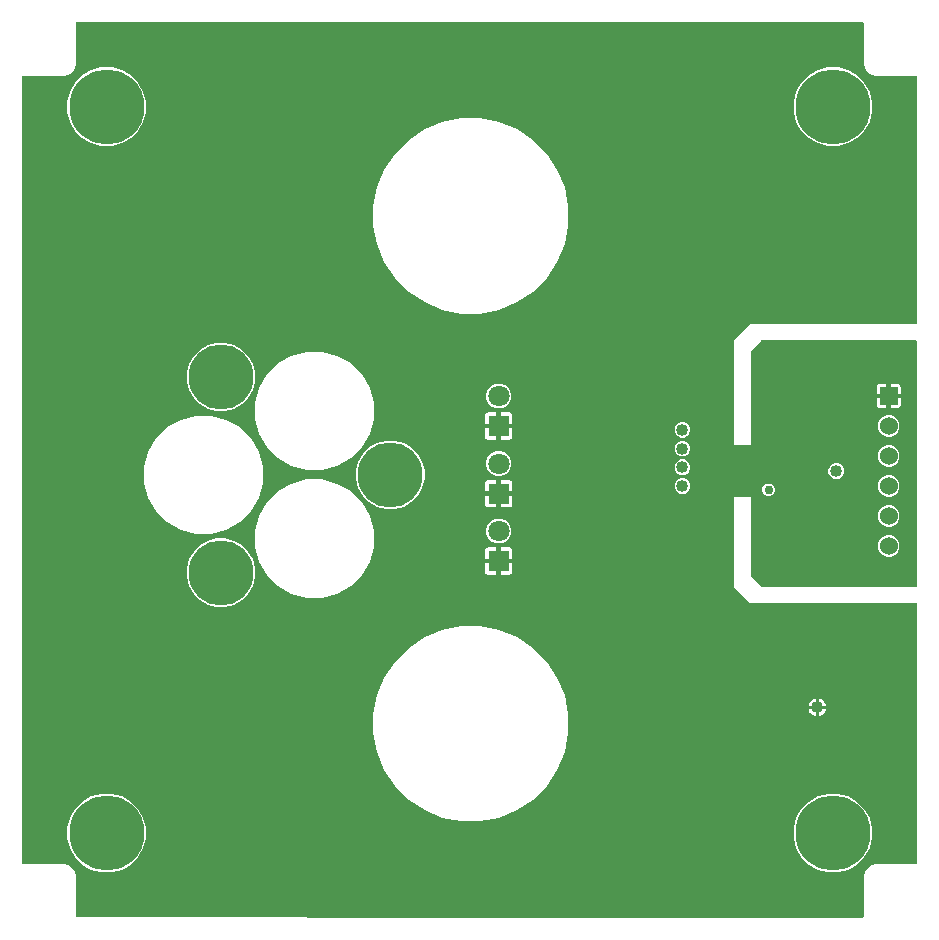
<source format=gbr>
G04 EAGLE Gerber RS-274X export*
G75*
%MOMM*%
%FSLAX34Y34*%
%LPD*%
%INBottom Copper*%
%IPPOS*%
%AMOC8*
5,1,8,0,0,1.08239X$1,22.5*%
G01*
%ADD10C,1.018000*%
%ADD11R,1.800000X1.800000*%
%ADD12C,1.800000*%
%ADD13C,5.500000*%
%ADD14R,1.524000X1.524000*%
%ADD15C,1.524000*%
%ADD16C,6.350000*%
%ADD17C,0.756400*%

G36*
X787866Y75931D02*
X787866Y75931D01*
X787924Y75929D01*
X788006Y75951D01*
X788090Y75963D01*
X788143Y75986D01*
X788199Y76001D01*
X788272Y76044D01*
X788349Y76079D01*
X788394Y76117D01*
X788444Y76146D01*
X788502Y76208D01*
X788566Y76262D01*
X788598Y76311D01*
X788638Y76354D01*
X788677Y76429D01*
X788724Y76499D01*
X788741Y76555D01*
X788768Y76607D01*
X788779Y76675D01*
X788809Y76770D01*
X788812Y76870D01*
X788823Y76938D01*
X788823Y112223D01*
X790525Y116331D01*
X793669Y119475D01*
X797777Y121177D01*
X832808Y121177D01*
X832866Y121185D01*
X832924Y121183D01*
X833006Y121205D01*
X833090Y121217D01*
X833143Y121240D01*
X833199Y121255D01*
X833272Y121298D01*
X833349Y121333D01*
X833394Y121371D01*
X833444Y121400D01*
X833502Y121462D01*
X833566Y121516D01*
X833598Y121565D01*
X833638Y121608D01*
X833677Y121683D01*
X833724Y121753D01*
X833741Y121809D01*
X833768Y121861D01*
X833779Y121929D01*
X833809Y122024D01*
X833812Y122124D01*
X833823Y122192D01*
X833823Y341376D01*
X833815Y341434D01*
X833817Y341492D01*
X833795Y341574D01*
X833783Y341658D01*
X833760Y341711D01*
X833745Y341767D01*
X833702Y341840D01*
X833667Y341917D01*
X833629Y341962D01*
X833600Y342012D01*
X833538Y342070D01*
X833484Y342134D01*
X833435Y342166D01*
X833392Y342206D01*
X833317Y342245D01*
X833247Y342292D01*
X833191Y342309D01*
X833139Y342336D01*
X833071Y342347D01*
X832976Y342377D01*
X832876Y342380D01*
X832808Y342391D01*
X691939Y342391D01*
X678941Y355389D01*
X678941Y432011D01*
X679239Y432309D01*
X692361Y432309D01*
X692659Y432011D01*
X692659Y365756D01*
X692671Y365670D01*
X692674Y365582D01*
X692691Y365530D01*
X692699Y365475D01*
X692734Y365395D01*
X692761Y365312D01*
X692789Y365272D01*
X692815Y365215D01*
X692911Y365102D01*
X692956Y365038D01*
X701588Y356406D01*
X701658Y356354D01*
X701722Y356294D01*
X701771Y356268D01*
X701816Y356235D01*
X701897Y356204D01*
X701975Y356164D01*
X702023Y356156D01*
X702081Y356134D01*
X702229Y356122D01*
X702306Y356109D01*
X832808Y356109D01*
X832866Y356117D01*
X832924Y356115D01*
X833006Y356137D01*
X833090Y356149D01*
X833143Y356172D01*
X833199Y356187D01*
X833272Y356230D01*
X833349Y356265D01*
X833394Y356303D01*
X833444Y356332D01*
X833502Y356394D01*
X833566Y356448D01*
X833598Y356497D01*
X833638Y356540D01*
X833677Y356615D01*
X833724Y356685D01*
X833741Y356741D01*
X833768Y356793D01*
X833779Y356861D01*
X833809Y356956D01*
X833812Y357056D01*
X833823Y357124D01*
X833823Y563626D01*
X833815Y563684D01*
X833817Y563742D01*
X833795Y563824D01*
X833783Y563908D01*
X833760Y563961D01*
X833745Y564017D01*
X833702Y564090D01*
X833667Y564167D01*
X833629Y564212D01*
X833600Y564262D01*
X833538Y564320D01*
X833484Y564384D01*
X833435Y564416D01*
X833392Y564456D01*
X833317Y564495D01*
X833247Y564542D01*
X833191Y564559D01*
X833139Y564586D01*
X833071Y564597D01*
X832976Y564627D01*
X832876Y564630D01*
X832808Y564641D01*
X702306Y564641D01*
X702220Y564629D01*
X702132Y564626D01*
X702080Y564609D01*
X702025Y564601D01*
X701945Y564566D01*
X701862Y564539D01*
X701822Y564511D01*
X701765Y564485D01*
X701652Y564389D01*
X701588Y564344D01*
X692956Y555712D01*
X692904Y555642D01*
X692844Y555578D01*
X692818Y555529D01*
X692785Y555484D01*
X692754Y555403D01*
X692714Y555325D01*
X692706Y555277D01*
X692684Y555219D01*
X692672Y555071D01*
X692659Y554994D01*
X692659Y476039D01*
X692361Y475741D01*
X679239Y475741D01*
X678941Y476039D01*
X678941Y565361D01*
X691939Y578359D01*
X832808Y578359D01*
X832866Y578367D01*
X832924Y578365D01*
X833006Y578387D01*
X833090Y578399D01*
X833143Y578422D01*
X833199Y578437D01*
X833272Y578480D01*
X833349Y578515D01*
X833394Y578553D01*
X833444Y578582D01*
X833502Y578644D01*
X833566Y578698D01*
X833598Y578747D01*
X833638Y578790D01*
X833677Y578865D01*
X833724Y578935D01*
X833741Y578991D01*
X833768Y579043D01*
X833779Y579111D01*
X833809Y579206D01*
X833812Y579306D01*
X833823Y579374D01*
X833823Y787808D01*
X833815Y787866D01*
X833817Y787924D01*
X833795Y788006D01*
X833783Y788090D01*
X833760Y788143D01*
X833745Y788199D01*
X833702Y788272D01*
X833667Y788349D01*
X833629Y788394D01*
X833600Y788444D01*
X833538Y788502D01*
X833484Y788566D01*
X833435Y788598D01*
X833392Y788638D01*
X833317Y788677D01*
X833247Y788724D01*
X833191Y788741D01*
X833139Y788768D01*
X833071Y788779D01*
X832976Y788809D01*
X832876Y788812D01*
X832808Y788823D01*
X797777Y788823D01*
X793669Y790525D01*
X790525Y793669D01*
X788823Y797777D01*
X788823Y832808D01*
X788815Y832866D01*
X788817Y832924D01*
X788795Y833006D01*
X788783Y833090D01*
X788760Y833143D01*
X788745Y833199D01*
X788702Y833272D01*
X788667Y833349D01*
X788629Y833394D01*
X788600Y833444D01*
X788538Y833502D01*
X788484Y833566D01*
X788435Y833598D01*
X788392Y833638D01*
X788317Y833677D01*
X788247Y833724D01*
X788191Y833741D01*
X788139Y833768D01*
X788071Y833779D01*
X787976Y833809D01*
X787876Y833812D01*
X787808Y833823D01*
X122192Y833823D01*
X122134Y833815D01*
X122076Y833817D01*
X121994Y833795D01*
X121910Y833783D01*
X121857Y833760D01*
X121801Y833745D01*
X121728Y833702D01*
X121651Y833667D01*
X121606Y833629D01*
X121556Y833600D01*
X121498Y833538D01*
X121434Y833484D01*
X121402Y833435D01*
X121362Y833392D01*
X121323Y833317D01*
X121276Y833247D01*
X121259Y833191D01*
X121232Y833139D01*
X121221Y833071D01*
X121191Y832976D01*
X121188Y832876D01*
X121177Y832808D01*
X121177Y797777D01*
X119475Y793669D01*
X116331Y790525D01*
X112223Y788823D01*
X77192Y788823D01*
X77134Y788815D01*
X77076Y788817D01*
X76994Y788795D01*
X76910Y788783D01*
X76857Y788760D01*
X76801Y788745D01*
X76728Y788702D01*
X76651Y788667D01*
X76606Y788629D01*
X76556Y788600D01*
X76498Y788538D01*
X76434Y788484D01*
X76402Y788435D01*
X76362Y788392D01*
X76323Y788317D01*
X76276Y788247D01*
X76259Y788191D01*
X76232Y788139D01*
X76221Y788071D01*
X76191Y787976D01*
X76188Y787876D01*
X76177Y787808D01*
X76177Y122192D01*
X76185Y122134D01*
X76183Y122076D01*
X76205Y121994D01*
X76217Y121910D01*
X76240Y121857D01*
X76255Y121801D01*
X76298Y121728D01*
X76333Y121651D01*
X76371Y121606D01*
X76400Y121556D01*
X76462Y121498D01*
X76516Y121434D01*
X76565Y121402D01*
X76608Y121362D01*
X76683Y121323D01*
X76753Y121276D01*
X76809Y121259D01*
X76861Y121232D01*
X76929Y121221D01*
X77024Y121191D01*
X77124Y121188D01*
X77192Y121177D01*
X112223Y121177D01*
X116331Y119475D01*
X119475Y116331D01*
X121177Y112223D01*
X121177Y77192D01*
X121185Y77134D01*
X121183Y77076D01*
X121205Y76994D01*
X121217Y76910D01*
X121240Y76857D01*
X121255Y76801D01*
X121298Y76728D01*
X121333Y76651D01*
X121371Y76606D01*
X121400Y76556D01*
X121462Y76498D01*
X121516Y76434D01*
X121565Y76402D01*
X121608Y76362D01*
X121683Y76323D01*
X121753Y76276D01*
X121809Y76259D01*
X121861Y76232D01*
X121929Y76221D01*
X122024Y76191D01*
X122124Y76188D01*
X122192Y76177D01*
X317223Y76177D01*
X317650Y76000D01*
X317680Y75992D01*
X317707Y75978D01*
X317785Y75965D01*
X317925Y75929D01*
X317989Y75931D01*
X318038Y75923D01*
X787808Y75923D01*
X787866Y75931D01*
G37*
%LPC*%
G36*
X447687Y587339D02*
X447687Y587339D01*
X431717Y590516D01*
X416673Y596747D01*
X403135Y605793D01*
X391621Y617307D01*
X382575Y630845D01*
X376344Y645889D01*
X373167Y661859D01*
X373167Y678141D01*
X376344Y694111D01*
X382575Y709155D01*
X391621Y722693D01*
X403135Y734207D01*
X416673Y743253D01*
X431717Y749484D01*
X447687Y752661D01*
X463969Y752661D01*
X479939Y749484D01*
X494983Y743253D01*
X508521Y734207D01*
X520035Y722693D01*
X529081Y709155D01*
X535312Y694111D01*
X538489Y678141D01*
X538489Y661859D01*
X535312Y645889D01*
X529081Y630845D01*
X520035Y617307D01*
X508521Y605793D01*
X494983Y596747D01*
X479939Y590516D01*
X463969Y587339D01*
X447687Y587339D01*
G37*
%LPD*%
%LPC*%
G36*
X447687Y157339D02*
X447687Y157339D01*
X431717Y160516D01*
X416673Y166747D01*
X403135Y175793D01*
X391621Y187307D01*
X382575Y200845D01*
X376344Y215889D01*
X373167Y231859D01*
X373167Y248141D01*
X376344Y264111D01*
X382575Y279155D01*
X391621Y292693D01*
X403135Y304207D01*
X416673Y313253D01*
X431717Y319484D01*
X447687Y322661D01*
X463969Y322661D01*
X479939Y319484D01*
X494983Y313253D01*
X508521Y304207D01*
X520035Y292693D01*
X529081Y279155D01*
X535312Y264111D01*
X538489Y248141D01*
X538489Y231859D01*
X535312Y215889D01*
X529081Y200845D01*
X520035Y187307D01*
X508521Y175793D01*
X494983Y166747D01*
X479939Y160516D01*
X463969Y157339D01*
X447687Y157339D01*
G37*
%LPD*%
%LPC*%
G36*
X316746Y454816D02*
X316746Y454816D01*
X303989Y458234D01*
X292551Y464838D01*
X283211Y474177D01*
X276608Y485615D01*
X273189Y498373D01*
X273189Y511580D01*
X276608Y524338D01*
X283211Y535776D01*
X292551Y545115D01*
X303989Y551719D01*
X316746Y555137D01*
X329954Y555137D01*
X342711Y551719D01*
X354149Y545115D01*
X363489Y535776D01*
X370092Y524338D01*
X373511Y511580D01*
X373511Y498373D01*
X370092Y485615D01*
X363489Y474177D01*
X354149Y464838D01*
X342711Y458234D01*
X329954Y454816D01*
X316746Y454816D01*
G37*
%LPD*%
%LPC*%
G36*
X222996Y400689D02*
X222996Y400689D01*
X210239Y404108D01*
X198801Y410711D01*
X189461Y420051D01*
X182858Y431489D01*
X179439Y444246D01*
X179439Y457454D01*
X182858Y470211D01*
X189461Y481649D01*
X198801Y490989D01*
X210239Y497592D01*
X222996Y501011D01*
X236204Y501011D01*
X248961Y497592D01*
X260399Y490989D01*
X269739Y481649D01*
X276342Y470211D01*
X279761Y457454D01*
X279761Y444246D01*
X276342Y431489D01*
X269739Y420051D01*
X260399Y410711D01*
X248961Y404108D01*
X236204Y400689D01*
X222996Y400689D01*
G37*
%LPD*%
%LPC*%
G36*
X316746Y346563D02*
X316746Y346563D01*
X303989Y349981D01*
X292551Y356585D01*
X283211Y365924D01*
X276608Y377362D01*
X273189Y390120D01*
X273189Y403327D01*
X276608Y416085D01*
X283211Y427523D01*
X292551Y436862D01*
X303989Y443466D01*
X316746Y446884D01*
X329954Y446884D01*
X342711Y443466D01*
X354149Y436862D01*
X363489Y427523D01*
X370092Y416085D01*
X373511Y403327D01*
X373511Y390120D01*
X370092Y377362D01*
X363489Y365924D01*
X354149Y356585D01*
X342711Y349981D01*
X329954Y346563D01*
X316746Y346563D01*
G37*
%LPD*%
%LPC*%
G36*
X758069Y729175D02*
X758069Y729175D01*
X749606Y731443D01*
X742019Y735824D01*
X735824Y742019D01*
X731443Y749606D01*
X729175Y758069D01*
X729175Y766831D01*
X731443Y775294D01*
X735824Y782881D01*
X742019Y789076D01*
X749606Y793457D01*
X758069Y795725D01*
X766831Y795725D01*
X775294Y793457D01*
X782881Y789076D01*
X789076Y782881D01*
X793457Y775294D01*
X795725Y766831D01*
X795725Y758069D01*
X793457Y749606D01*
X789076Y742019D01*
X782881Y735824D01*
X775294Y731443D01*
X766831Y729175D01*
X758069Y729175D01*
G37*
%LPD*%
%LPC*%
G36*
X143119Y729175D02*
X143119Y729175D01*
X134656Y731443D01*
X127069Y735824D01*
X120874Y742019D01*
X116493Y749606D01*
X114225Y758069D01*
X114225Y766831D01*
X116493Y775294D01*
X120874Y782881D01*
X127069Y789076D01*
X134656Y793457D01*
X143119Y795725D01*
X151881Y795725D01*
X160344Y793457D01*
X167931Y789076D01*
X174126Y782881D01*
X178507Y775294D01*
X180775Y766831D01*
X180775Y758069D01*
X178507Y749606D01*
X174126Y742019D01*
X167931Y735824D01*
X160344Y731443D01*
X151881Y729175D01*
X143119Y729175D01*
G37*
%LPD*%
%LPC*%
G36*
X758069Y114225D02*
X758069Y114225D01*
X749606Y116493D01*
X742019Y120874D01*
X735824Y127069D01*
X731443Y134656D01*
X729175Y143119D01*
X729175Y151881D01*
X731443Y160344D01*
X735824Y167931D01*
X742019Y174126D01*
X749606Y178507D01*
X758069Y180775D01*
X766831Y180775D01*
X775294Y178507D01*
X782881Y174126D01*
X789076Y167931D01*
X793457Y160344D01*
X795725Y151881D01*
X795725Y143119D01*
X793457Y134656D01*
X789076Y127069D01*
X782881Y120874D01*
X775294Y116493D01*
X766831Y114225D01*
X758069Y114225D01*
G37*
%LPD*%
%LPC*%
G36*
X143119Y114225D02*
X143119Y114225D01*
X134656Y116493D01*
X127069Y120874D01*
X120874Y127069D01*
X116493Y134656D01*
X114225Y143119D01*
X114225Y151881D01*
X116493Y160344D01*
X120874Y167931D01*
X127069Y174126D01*
X134656Y178507D01*
X143119Y180775D01*
X151881Y180775D01*
X160344Y178507D01*
X167931Y174126D01*
X174126Y167931D01*
X178507Y160344D01*
X180775Y151881D01*
X180775Y143119D01*
X178507Y134656D01*
X174126Y127069D01*
X167931Y120874D01*
X160344Y116493D01*
X151881Y114225D01*
X143119Y114225D01*
G37*
%LPD*%
%LPC*%
G36*
X240479Y504617D02*
X240479Y504617D01*
X233097Y506595D01*
X226478Y510416D01*
X221074Y515820D01*
X217253Y522439D01*
X215275Y529821D01*
X215275Y537463D01*
X217253Y544845D01*
X221074Y551464D01*
X226478Y556868D01*
X233097Y560689D01*
X240479Y562667D01*
X248121Y562667D01*
X255503Y560689D01*
X262122Y556868D01*
X267526Y551464D01*
X271347Y544845D01*
X273325Y537463D01*
X273325Y529821D01*
X271347Y522439D01*
X267526Y515820D01*
X262122Y510416D01*
X255503Y506595D01*
X248121Y504617D01*
X240479Y504617D01*
G37*
%LPD*%
%LPC*%
G36*
X240479Y339033D02*
X240479Y339033D01*
X233097Y341011D01*
X226478Y344832D01*
X221074Y350236D01*
X217253Y356855D01*
X215275Y364237D01*
X215275Y371879D01*
X217253Y379261D01*
X221074Y385880D01*
X226478Y391284D01*
X233097Y395105D01*
X240479Y397083D01*
X248121Y397083D01*
X255503Y395105D01*
X262122Y391284D01*
X267526Y385880D01*
X271347Y379261D01*
X273325Y371879D01*
X273325Y364237D01*
X271347Y356855D01*
X267526Y350236D01*
X262122Y344832D01*
X255503Y341011D01*
X248121Y339033D01*
X240479Y339033D01*
G37*
%LPD*%
%LPC*%
G36*
X383879Y421825D02*
X383879Y421825D01*
X376497Y423803D01*
X369878Y427624D01*
X364474Y433028D01*
X360653Y439647D01*
X358675Y447029D01*
X358675Y454671D01*
X360653Y462053D01*
X364474Y468672D01*
X369878Y474076D01*
X376497Y477897D01*
X383879Y479875D01*
X391521Y479875D01*
X398903Y477897D01*
X405522Y474076D01*
X410926Y468672D01*
X414747Y462053D01*
X416725Y454671D01*
X416725Y447029D01*
X414747Y439647D01*
X410926Y433028D01*
X405522Y427624D01*
X398903Y423803D01*
X391521Y421825D01*
X383879Y421825D01*
G37*
%LPD*%
%LPC*%
G36*
X477332Y507000D02*
X477332Y507000D01*
X473463Y508603D01*
X470503Y511563D01*
X468900Y515432D01*
X468900Y519618D01*
X470503Y523487D01*
X473463Y526447D01*
X477332Y528050D01*
X481518Y528050D01*
X485387Y526447D01*
X488347Y523487D01*
X489950Y519618D01*
X489950Y515432D01*
X488347Y511563D01*
X485387Y508603D01*
X481518Y507000D01*
X477332Y507000D01*
G37*
%LPD*%
%LPC*%
G36*
X477332Y392700D02*
X477332Y392700D01*
X473463Y394303D01*
X470503Y397263D01*
X468900Y401132D01*
X468900Y405318D01*
X470503Y409187D01*
X473463Y412147D01*
X477332Y413750D01*
X481518Y413750D01*
X485387Y412147D01*
X488347Y409187D01*
X489950Y405318D01*
X489950Y401132D01*
X488347Y397263D01*
X485387Y394303D01*
X481518Y392700D01*
X477332Y392700D01*
G37*
%LPD*%
%LPC*%
G36*
X477332Y449850D02*
X477332Y449850D01*
X473463Y451453D01*
X470503Y454413D01*
X468900Y458282D01*
X468900Y462468D01*
X470503Y466337D01*
X473463Y469297D01*
X477332Y470900D01*
X481518Y470900D01*
X485387Y469297D01*
X488347Y466337D01*
X489950Y462468D01*
X489950Y458282D01*
X488347Y454413D01*
X485387Y451453D01*
X481518Y449850D01*
X477332Y449850D01*
G37*
%LPD*%
%LPC*%
G36*
X807806Y457580D02*
X807806Y457580D01*
X804445Y458972D01*
X801872Y461545D01*
X800480Y464906D01*
X800480Y468544D01*
X801872Y471905D01*
X804445Y474478D01*
X807806Y475870D01*
X811444Y475870D01*
X814805Y474478D01*
X817378Y471905D01*
X818770Y468544D01*
X818770Y464906D01*
X817378Y461545D01*
X814805Y458972D01*
X811444Y457580D01*
X807806Y457580D01*
G37*
%LPD*%
%LPC*%
G36*
X807806Y381380D02*
X807806Y381380D01*
X804445Y382772D01*
X801872Y385345D01*
X800480Y388706D01*
X800480Y392344D01*
X801872Y395705D01*
X804445Y398278D01*
X807806Y399670D01*
X811444Y399670D01*
X814805Y398278D01*
X817378Y395705D01*
X818770Y392344D01*
X818770Y388706D01*
X817378Y385345D01*
X814805Y382772D01*
X811444Y381380D01*
X807806Y381380D01*
G37*
%LPD*%
%LPC*%
G36*
X807806Y432180D02*
X807806Y432180D01*
X804445Y433572D01*
X801872Y436145D01*
X800480Y439506D01*
X800480Y443144D01*
X801872Y446505D01*
X804445Y449078D01*
X807806Y450470D01*
X811444Y450470D01*
X814805Y449078D01*
X817378Y446505D01*
X818770Y443144D01*
X818770Y439506D01*
X817378Y436145D01*
X814805Y433572D01*
X811444Y432180D01*
X807806Y432180D01*
G37*
%LPD*%
%LPC*%
G36*
X807806Y482980D02*
X807806Y482980D01*
X804445Y484372D01*
X801872Y486945D01*
X800480Y490306D01*
X800480Y493944D01*
X801872Y497305D01*
X804445Y499878D01*
X807806Y501270D01*
X811444Y501270D01*
X814805Y499878D01*
X817378Y497305D01*
X818770Y493944D01*
X818770Y490306D01*
X817378Y486945D01*
X814805Y484372D01*
X811444Y482980D01*
X807806Y482980D01*
G37*
%LPD*%
%LPC*%
G36*
X807806Y406780D02*
X807806Y406780D01*
X804445Y408172D01*
X801872Y410745D01*
X800480Y414106D01*
X800480Y417744D01*
X801872Y421105D01*
X804445Y423678D01*
X807806Y425070D01*
X811444Y425070D01*
X814805Y423678D01*
X817378Y421105D01*
X818770Y417744D01*
X818770Y414106D01*
X817378Y410745D01*
X814805Y408172D01*
X811444Y406780D01*
X807806Y406780D01*
G37*
%LPD*%
%LPC*%
G36*
X763859Y447410D02*
X763859Y447410D01*
X761428Y448417D01*
X759567Y450278D01*
X758560Y452709D01*
X758560Y455341D01*
X759567Y457772D01*
X761428Y459633D01*
X763859Y460640D01*
X766491Y460640D01*
X768922Y459633D01*
X770783Y457772D01*
X771790Y455341D01*
X771790Y452709D01*
X770783Y450278D01*
X768922Y448417D01*
X766491Y447410D01*
X763859Y447410D01*
G37*
%LPD*%
%LPC*%
G36*
X633684Y482335D02*
X633684Y482335D01*
X631253Y483342D01*
X629392Y485203D01*
X628385Y487634D01*
X628385Y490266D01*
X629392Y492697D01*
X631253Y494558D01*
X633684Y495565D01*
X636316Y495565D01*
X638747Y494558D01*
X640608Y492697D01*
X641615Y490266D01*
X641615Y487634D01*
X640608Y485203D01*
X638747Y483342D01*
X636316Y482335D01*
X633684Y482335D01*
G37*
%LPD*%
%LPC*%
G36*
X633684Y434710D02*
X633684Y434710D01*
X631253Y435717D01*
X629392Y437578D01*
X628385Y440009D01*
X628385Y442641D01*
X629392Y445072D01*
X631253Y446933D01*
X633684Y447940D01*
X636316Y447940D01*
X638747Y446933D01*
X640608Y445072D01*
X641615Y442641D01*
X641615Y440009D01*
X640608Y437578D01*
X638747Y435717D01*
X636316Y434710D01*
X633684Y434710D01*
G37*
%LPD*%
%LPC*%
G36*
X633684Y450585D02*
X633684Y450585D01*
X631253Y451592D01*
X629392Y453453D01*
X628385Y455884D01*
X628385Y458516D01*
X629392Y460947D01*
X631253Y462808D01*
X633684Y463815D01*
X636316Y463815D01*
X638747Y462808D01*
X640608Y460947D01*
X641615Y458516D01*
X641615Y455884D01*
X640608Y453453D01*
X638747Y451592D01*
X636316Y450585D01*
X633684Y450585D01*
G37*
%LPD*%
%LPC*%
G36*
X633684Y466460D02*
X633684Y466460D01*
X631253Y467467D01*
X629392Y469328D01*
X628385Y471759D01*
X628385Y474391D01*
X629392Y476822D01*
X631253Y478683D01*
X633684Y479690D01*
X636316Y479690D01*
X638747Y478683D01*
X640608Y476822D01*
X641615Y474391D01*
X641615Y471759D01*
X640608Y469328D01*
X638747Y467467D01*
X636316Y466460D01*
X633684Y466460D01*
G37*
%LPD*%
%LPC*%
G36*
X706969Y432843D02*
X706969Y432843D01*
X705019Y433651D01*
X703526Y435144D01*
X702718Y437094D01*
X702718Y439206D01*
X703526Y441156D01*
X705019Y442649D01*
X706969Y443457D01*
X709081Y443457D01*
X711031Y442649D01*
X712524Y441156D01*
X713332Y439206D01*
X713332Y437094D01*
X712524Y435144D01*
X711031Y433651D01*
X709081Y432843D01*
X706969Y432843D01*
G37*
%LPD*%
%LPC*%
G36*
X481456Y379856D02*
X481456Y379856D01*
X481456Y389366D01*
X488759Y389366D01*
X489406Y389193D01*
X489985Y388858D01*
X490458Y388385D01*
X490793Y387806D01*
X490966Y387159D01*
X490966Y379856D01*
X481456Y379856D01*
G37*
%LPD*%
%LPC*%
G36*
X481456Y494156D02*
X481456Y494156D01*
X481456Y503666D01*
X488759Y503666D01*
X489406Y503493D01*
X489985Y503158D01*
X490458Y502685D01*
X490793Y502106D01*
X490966Y501459D01*
X490966Y494156D01*
X481456Y494156D01*
G37*
%LPD*%
%LPC*%
G36*
X481456Y437006D02*
X481456Y437006D01*
X481456Y446516D01*
X488759Y446516D01*
X489406Y446343D01*
X489985Y446008D01*
X490458Y445535D01*
X490793Y444956D01*
X490966Y444309D01*
X490966Y437006D01*
X481456Y437006D01*
G37*
%LPD*%
%LPC*%
G36*
X467884Y494156D02*
X467884Y494156D01*
X467884Y501459D01*
X468057Y502106D01*
X468392Y502685D01*
X468865Y503158D01*
X469444Y503493D01*
X470091Y503666D01*
X477394Y503666D01*
X477394Y494156D01*
X467884Y494156D01*
G37*
%LPD*%
%LPC*%
G36*
X481456Y480584D02*
X481456Y480584D01*
X481456Y490094D01*
X490966Y490094D01*
X490966Y482791D01*
X490793Y482144D01*
X490458Y481565D01*
X489985Y481092D01*
X489406Y480757D01*
X488759Y480584D01*
X481456Y480584D01*
G37*
%LPD*%
%LPC*%
G36*
X467884Y437006D02*
X467884Y437006D01*
X467884Y444309D01*
X468057Y444956D01*
X468392Y445535D01*
X468865Y446008D01*
X469444Y446343D01*
X470091Y446516D01*
X477394Y446516D01*
X477394Y437006D01*
X467884Y437006D01*
G37*
%LPD*%
%LPC*%
G36*
X481456Y423434D02*
X481456Y423434D01*
X481456Y432944D01*
X490966Y432944D01*
X490966Y425641D01*
X490793Y424994D01*
X490458Y424415D01*
X489985Y423942D01*
X489406Y423607D01*
X488759Y423434D01*
X481456Y423434D01*
G37*
%LPD*%
%LPC*%
G36*
X467884Y379856D02*
X467884Y379856D01*
X467884Y387159D01*
X468057Y387806D01*
X468392Y388385D01*
X468865Y388858D01*
X469444Y389193D01*
X470091Y389366D01*
X477394Y389366D01*
X477394Y379856D01*
X467884Y379856D01*
G37*
%LPD*%
%LPC*%
G36*
X481456Y366284D02*
X481456Y366284D01*
X481456Y375794D01*
X490966Y375794D01*
X490966Y368491D01*
X490793Y367844D01*
X490458Y367265D01*
X489985Y366792D01*
X489406Y366457D01*
X488759Y366284D01*
X481456Y366284D01*
G37*
%LPD*%
%LPC*%
G36*
X470091Y366284D02*
X470091Y366284D01*
X469444Y366457D01*
X468865Y366792D01*
X468392Y367265D01*
X468057Y367844D01*
X467884Y368491D01*
X467884Y375794D01*
X477394Y375794D01*
X477394Y366284D01*
X470091Y366284D01*
G37*
%LPD*%
%LPC*%
G36*
X470091Y480584D02*
X470091Y480584D01*
X469444Y480757D01*
X468865Y481092D01*
X468392Y481565D01*
X468057Y482144D01*
X467884Y482791D01*
X467884Y490094D01*
X477394Y490094D01*
X477394Y480584D01*
X470091Y480584D01*
G37*
%LPD*%
%LPC*%
G36*
X470091Y423434D02*
X470091Y423434D01*
X469444Y423607D01*
X468865Y423942D01*
X468392Y424415D01*
X468057Y424994D01*
X467884Y425641D01*
X467884Y432944D01*
X477394Y432944D01*
X477394Y423434D01*
X470091Y423434D01*
G37*
%LPD*%
%LPC*%
G36*
X811656Y519556D02*
X811656Y519556D01*
X811656Y527686D01*
X817579Y527686D01*
X818226Y527513D01*
X818805Y527178D01*
X819278Y526705D01*
X819613Y526126D01*
X819786Y525479D01*
X819786Y519556D01*
X811656Y519556D01*
G37*
%LPD*%
%LPC*%
G36*
X799464Y519556D02*
X799464Y519556D01*
X799464Y525479D01*
X799637Y526126D01*
X799972Y526705D01*
X800445Y527178D01*
X801024Y527513D01*
X801671Y527686D01*
X807594Y527686D01*
X807594Y519556D01*
X799464Y519556D01*
G37*
%LPD*%
%LPC*%
G36*
X811656Y507364D02*
X811656Y507364D01*
X811656Y515494D01*
X819786Y515494D01*
X819786Y509571D01*
X819613Y508924D01*
X819278Y508345D01*
X818805Y507872D01*
X818226Y507537D01*
X817579Y507364D01*
X811656Y507364D01*
G37*
%LPD*%
%LPC*%
G36*
X801671Y507364D02*
X801671Y507364D01*
X801024Y507537D01*
X800445Y507872D01*
X799972Y508345D01*
X799637Y508924D01*
X799464Y509571D01*
X799464Y515494D01*
X807594Y515494D01*
X807594Y507364D01*
X801671Y507364D01*
G37*
%LPD*%
%LPC*%
G36*
X750574Y255274D02*
X750574Y255274D01*
X750574Y261527D01*
X751526Y261337D01*
X752915Y260762D01*
X754164Y259927D01*
X755227Y258864D01*
X756062Y257615D01*
X756637Y256226D01*
X756827Y255274D01*
X750574Y255274D01*
G37*
%LPD*%
%LPC*%
G36*
X741773Y255274D02*
X741773Y255274D01*
X741963Y256226D01*
X742538Y257615D01*
X743373Y258864D01*
X744436Y259927D01*
X745685Y260762D01*
X747074Y261337D01*
X748026Y261527D01*
X748026Y255274D01*
X741773Y255274D01*
G37*
%LPD*%
%LPC*%
G36*
X750574Y252726D02*
X750574Y252726D01*
X756827Y252726D01*
X756637Y251774D01*
X756062Y250385D01*
X755227Y249136D01*
X754164Y248073D01*
X752915Y247238D01*
X751526Y246663D01*
X750574Y246473D01*
X750574Y252726D01*
G37*
%LPD*%
%LPC*%
G36*
X747074Y246663D02*
X747074Y246663D01*
X745685Y247238D01*
X744436Y248073D01*
X743373Y249136D01*
X742538Y250385D01*
X741963Y251774D01*
X741773Y252726D01*
X748026Y252726D01*
X748026Y246473D01*
X747074Y246663D01*
G37*
%LPD*%
%LPC*%
G36*
X479424Y434974D02*
X479424Y434974D01*
X479424Y434976D01*
X479426Y434976D01*
X479426Y434974D01*
X479424Y434974D01*
G37*
%LPD*%
%LPC*%
G36*
X479424Y377824D02*
X479424Y377824D01*
X479424Y377826D01*
X479426Y377826D01*
X479426Y377824D01*
X479424Y377824D01*
G37*
%LPD*%
%LPC*%
G36*
X479424Y492124D02*
X479424Y492124D01*
X479424Y492126D01*
X479426Y492126D01*
X479426Y492124D01*
X479424Y492124D01*
G37*
%LPD*%
%LPC*%
G36*
X809624Y517524D02*
X809624Y517524D01*
X809624Y517526D01*
X809626Y517526D01*
X809626Y517524D01*
X809624Y517524D01*
G37*
%LPD*%
D10*
X635000Y488950D03*
X635000Y473075D03*
X635000Y457200D03*
X635000Y441325D03*
D11*
X479425Y377825D03*
D12*
X479425Y403225D03*
D11*
X479425Y434975D03*
D12*
X479425Y460375D03*
D11*
X479425Y492125D03*
D12*
X479425Y517525D03*
D10*
X765175Y454025D03*
D13*
X244300Y368058D03*
X244300Y533642D03*
X387700Y450850D03*
D14*
X809625Y517525D03*
D15*
X809625Y492125D03*
X809625Y466725D03*
X809625Y441325D03*
X809625Y415925D03*
X809625Y390525D03*
D16*
X147500Y762450D03*
X147500Y147500D03*
X762450Y147500D03*
X762450Y762450D03*
D10*
X749300Y254000D03*
D17*
X555625Y578106D03*
X581025Y536657D03*
X574675Y578656D03*
X606425Y536575D03*
X738350Y444500D03*
X658650Y444500D03*
X669925Y396444D03*
X657225Y396444D03*
X657225Y511606D03*
X669925Y511606D03*
X542925Y485344D03*
X561975Y491694D03*
X581025Y488144D03*
X523875Y524306D03*
X542925Y428194D03*
X561975Y434544D03*
X581025Y430994D03*
X523875Y467156D03*
X542925Y371044D03*
X561975Y377394D03*
X581025Y373844D03*
X523875Y410006D03*
X641350Y396444D03*
X727075Y396444D03*
X739775Y396875D03*
X711200Y546100D03*
X812800Y546100D03*
X704850Y412750D03*
X781050Y403225D03*
X711200Y374650D03*
X812800Y374650D03*
X101600Y749300D03*
X152400Y647700D03*
X165100Y812800D03*
X342900Y812800D03*
X368300Y736600D03*
X546100Y736600D03*
X368300Y609600D03*
X508000Y571500D03*
X660400Y558800D03*
X787400Y635000D03*
X812800Y749300D03*
X749300Y812800D03*
X647700Y342900D03*
X787400Y292100D03*
X558800Y177800D03*
X647700Y152400D03*
X749300Y88900D03*
X812800Y165100D03*
X457200Y101600D03*
X355600Y279400D03*
X292100Y152400D03*
X152400Y88900D03*
X88900Y165100D03*
X152400Y292100D03*
X285750Y342900D03*
X203200Y387350D03*
X114300Y444500D03*
X203200Y514350D03*
X292100Y450850D03*
X393700Y406400D03*
X393700Y495300D03*
X279400Y558800D03*
X501650Y527050D03*
X501650Y469900D03*
X501650Y412750D03*
X603250Y425450D03*
X603250Y476250D03*
X520700Y368300D03*
X657225Y431800D03*
X708025Y438150D03*
M02*

</source>
